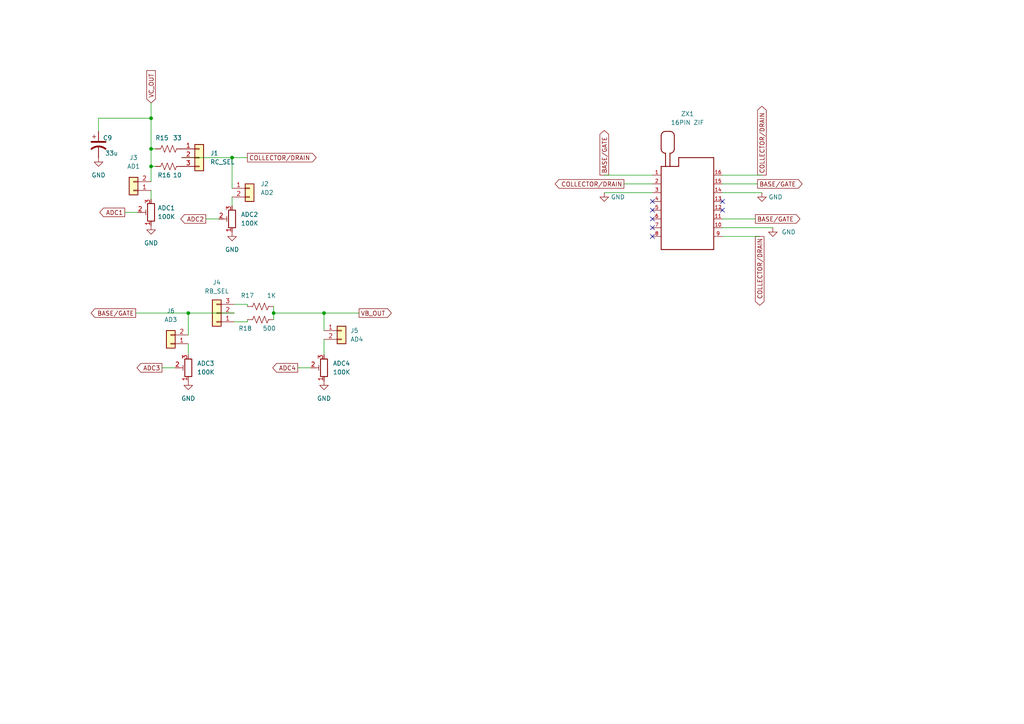
<source format=kicad_sch>
(kicad_sch (version 20211123) (generator eeschema)
  (paper "A4")
  (lib_symbols
    (symbol "Connector_Generic:Conn_01x02" (pin_names (offset 1.016) hide)
      (property "Reference" "J" (at 0 2.54 0))
      (property "Value" "Conn_01x02" (at 0 -5.08 0))
      (symbol "Conn_01x02_1_1"
        (rectangle (start -1.27 -2.413) (end 0 -2.667) (stroke (width 0.1524)))
        (rectangle (start -1.27 0.127) (end 0 -0.127) (stroke (width 0.1524)))
        (rectangle (start -1.27 1.27) (end 1.27 -3.81) (stroke (width 0.254)) (fill (type background)))
        (pin passive line (at -5.08 0 0) (length 3.81) (name "Pin_1") (number "1"))
        (pin passive line (at -5.08 -2.54 0) (length 3.81) (name "Pin_2") (number "2"))
      )
    )
    (symbol "Connector_Generic:Conn_01x03" (pin_names (offset 1.016) hide)
      (property "Reference" "J" (at 0 5.08 0))
      (property "Value" "Conn_01x03" (at 0 -5.08 0))
      (symbol "Conn_01x03_1_1"
        (rectangle (start -1.27 -2.413) (end 0 -2.667) (stroke (width 0.1524)))
        (rectangle (start -1.27 0.127) (end 0 -0.127) (stroke (width 0.1524)))
        (rectangle (start -1.27 2.667) (end 0 2.413) (stroke (width 0.1524)))
        (rectangle (start -1.27 3.81) (end 1.27 -3.81) (stroke (width 0.254)) (fill (type background)))
        (pin passive line (at -5.08 2.54 0) (length 3.81) (name "Pin_1") (number "1"))
        (pin passive line (at -5.08 0 0) (length 3.81) (name "Pin_2") (number "2"))
        (pin passive line (at -5.08 -2.54 0) (length 3.81) (name "Pin_3") (number "3"))
      )
    )
    (symbol "Custom_RF:16Pin ZIF" (pin_names (offset 1.016))
      (property "Reference" "ZX" (at 0 13.97 0))
      (property "Value" "16Pin ZIF" (at -7.62 -17.78 0))
      (symbol "16Pin ZIF_0_0"
        (arc (start -7.62 15.24) (mid -7.248 14.342) (end -6.35 13.97) (stroke (width 0.254)))
        (arc (start -6.35 20.32) (mid -7.248 19.948) (end -7.62 19.05) (stroke (width 0.254)))
        (arc (start -5.08 13.97) (mid -4.182 14.342) (end -3.81 15.24) (stroke (width 0.254)))
        (arc (start -3.81 19.05) (mid -4.182 19.948) (end -5.08 20.32) (stroke (width 0.254)))
        (polyline (pts (xy -7.62 -13.97) (xy 7.62 -13.97)) (stroke (width 0.254)))
        (polyline (pts (xy -7.62 10.16) (xy -7.62 -13.97)) (stroke (width 0.254)))
        (polyline (pts (xy -7.62 15.24) (xy -7.62 19.05)) (stroke (width 0.254)))
        (polyline (pts (xy -6.35 10.16) (xy -7.62 10.16)) (stroke (width 0.254)))
        (polyline (pts (xy -6.35 10.16) (xy -6.35 13.97)) (stroke (width 0.254)))
        (polyline (pts (xy -6.35 20.32) (xy -5.08 20.32)) (stroke (width 0.254)))
        (polyline (pts (xy -5.08 10.16) (xy -6.35 10.16)) (stroke (width 0.254)))
        (polyline (pts (xy -5.08 13.97) (xy -5.08 10.16)) (stroke (width 0.254)))
        (polyline (pts (xy -3.81 19.05) (xy -3.81 15.24)) (stroke (width 0.254)))
        (polyline (pts (xy -2.54 10.16) (xy -5.08 10.16)) (stroke (width 0.254)))
        (polyline (pts (xy -2.54 12.7) (xy -2.54 10.16)) (stroke (width 0.254)))
        (polyline (pts (xy 7.62 -13.97) (xy 7.62 12.7)) (stroke (width 0.254)))
        (polyline (pts (xy 7.62 12.7) (xy -2.54 12.7)) (stroke (width 0.254)))
        (pin passive line (at -10.16 7.62 0) (length 2.54) (name "~") (number "1"))
        (pin passive line (at 10.16 -7.62 180) (length 2.54) (name "~") (number "10"))
        (pin passive line (at 10.16 -5.08 180) (length 2.54) (name "~") (number "11"))
        (pin passive line (at 10.16 -2.54 180) (length 2.54) (name "~") (number "12"))
        (pin passive line (at 10.16 0 180) (length 2.54) (name "~") (number "13"))
        (pin passive line (at 10.16 2.54 180) (length 2.54) (name "~") (number "14"))
        (pin passive line (at 10.16 5.08 180) (length 2.54) (name "~") (number "15"))
        (pin passive line (at 10.16 7.62 180) (length 2.54) (name "~") (number "16"))
        (pin passive line (at -10.16 5.08 0) (length 2.54) (name "~") (number "2"))
        (pin passive line (at -10.16 2.54 0) (length 2.54) (name "~") (number "3"))
        (pin passive line (at -10.16 0 0) (length 2.54) (name "~") (number "4"))
        (pin passive line (at -10.16 -2.54 0) (length 2.54) (name "~") (number "5"))
        (pin passive line (at -10.16 -5.08 0) (length 2.54) (name "~") (number "6"))
        (pin passive line (at -10.16 -7.62 0) (length 2.54) (name "~") (number "7"))
        (pin passive line (at -10.16 -10.16 0) (length 2.54) (name "~") (number "8"))
        (pin passive line (at 10.16 -10.16 180) (length 2.54) (name "~") (number "9"))
      )
    )
    (symbol "Device:C_Polarized_US" (pin_numbers hide) (pin_names (offset 0.254) hide)
      (property "Reference" "C" (at 0.635 2.54 0))
      (property "Value" "C_Polarized_US" (at 0.635 -2.54 0))
      (symbol "C_Polarized_US_0_1"
        (polyline (pts (xy -2.032 0.762) (xy 2.032 0.762)) (stroke (width 0.508)))
        (polyline (pts (xy -1.778 2.286) (xy -0.762 2.286)))
        (polyline (pts (xy -1.27 1.778) (xy -1.27 2.794)))
        (arc (start 2.032 -1.27) (mid 0 -0.5572) (end -2.032 -1.27) (stroke (width 0.508)))
      )
      (symbol "C_Polarized_US_1_1"
        (pin passive line (at 0 3.81 270) (length 2.794) (name "~") (number "1"))
        (pin passive line (at 0 -3.81 90) (length 3.302) (name "~") (number "2"))
      )
    )
    (symbol "Device:R_Potentiometer_Trim" (pin_names (offset 1.016) hide)
      (property "Reference" "RV" (at -4.445 0 90))
      (property "Value" "R_Potentiometer_Trim" (at -2.54 0 90))
      (symbol "R_Potentiometer_Trim_0_1"
        (polyline (pts (xy 1.524 0.762) (xy 1.524 -0.762)))
        (polyline (pts (xy 2.54 0) (xy 1.524 0)))
        (rectangle (start 1.016 2.54) (end -1.016 -2.54) (stroke (width 0.254)))
      )
      (symbol "R_Potentiometer_Trim_1_1"
        (pin passive line (at 0 3.81 270) (length 1.27) (name "1") (number "1"))
        (pin passive line (at 3.81 0 180) (length 1.27) (name "2") (number "2"))
        (pin passive line (at 0 -3.81 90) (length 1.27) (name "3") (number "3"))
      )
    )
    (symbol "Device:R_US" (pin_numbers hide) (pin_names (offset 0))
      (property "Reference" "R" (at 2.54 0 90))
      (property "Value" "R_US" (at -2.54 0 90))
      (symbol "R_US_0_1"
        (polyline (pts (xy 0 -2.286) (xy 0 -2.54)))
        (polyline (pts (xy 0 2.286) (xy 0 2.54)))
        (polyline (pts (xy 0 -0.762) (xy 1.016 -1.143) (xy 0 -1.524) (xy -1.016 -1.905) (xy 0 -2.286)))
        (polyline (pts (xy 0 0.762) (xy 1.016 0.381) (xy 0 0) (xy -1.016 -0.381) (xy 0 -0.762)))
        (polyline (pts (xy 0 2.286) (xy 1.016 1.905) (xy 0 1.524) (xy -1.016 1.143) (xy 0 0.762)))
      )
      (symbol "R_US_1_1"
        (pin passive line (at 0 3.81 270) (length 1.27) (name "~") (number "1"))
        (pin passive line (at 0 -3.81 90) (length 1.27) (name "~") (number "2"))
      )
    )
    (symbol "power:GND" (power) (pin_names (offset 0))
      (property "Value" "GND" (at 0 -3.81 0))
      (symbol "GND_0_1"
        (polyline (pts (xy 0 0) (xy 0 -1.27) (xy 1.27 -1.27) (xy 0 -2.54) (xy -1.27 -1.27) (xy 0 -1.27)))
      )
      (symbol "GND_1_1"
        (pin power_in line (at 0 0 270) (length 0) hide (name "GND") (number "1"))
      )
    )
  )
  (junction (at 54.61 90.805))
  (junction (at 43.815 48.26))
  (junction (at 93.98 90.805))
  (junction (at 43.815 43.18))
  (junction (at 79.375 90.805))
  (junction (at 43.815 34.29))
  (junction (at 67.31 45.72))
  (no_connect (at 209.55 58.42))
  (no_connect (at 209.55 60.96))
  (no_connect (at 189.23 58.42))
  (no_connect (at 189.23 60.96))
  (no_connect (at 189.23 68.58))
  (no_connect (at 189.23 63.5))
  (no_connect (at 189.23 66.04))
  (wire (pts (xy 71.755 88.265) (xy 71.755 88.9)))
  (wire (pts (xy 224.155 66.04) (xy 209.55 66.04)))
  (wire (pts (xy 79.375 90.805) (xy 93.98 90.805)))
  (wire (pts (xy 93.98 90.805) (xy 104.14 90.805)))
  (wire (pts (xy 43.815 34.29) (xy 43.815 43.18)))
  (wire (pts (xy 43.815 43.18) (xy 45.085 43.18)))
  (wire (pts (xy 28.575 34.29) (xy 43.815 34.29)))
  (wire (pts (xy 52.705 45.72) (xy 67.31 45.72)))
  (wire (pts (xy 43.815 43.18) (xy 43.815 48.26)))
  (wire (pts (xy 39.37 90.805) (xy 54.61 90.805)))
  (wire (pts (xy 220.98 50.8) (xy 209.55 50.8)))
  (wire (pts (xy 175.26 50.8) (xy 189.23 50.8)))
  (wire (pts (xy 43.815 48.26) (xy 45.085 48.26)))
  (wire (pts (xy 67.31 45.72) (xy 71.755 45.72)))
  (wire (pts (xy 54.61 90.805) (xy 67.945 90.805)))
  (wire (pts (xy 43.815 48.26) (xy 43.815 52.705)))
  (wire (pts (xy 43.815 55.245) (xy 43.815 57.785)))
  (wire (pts (xy 175.26 55.88) (xy 189.23 55.88)))
  (wire (pts (xy 63.5 63.5) (xy 59.69 63.5)))
  (wire (pts (xy 93.98 95.885) (xy 93.98 90.805)))
  (wire (pts (xy 28.575 38.1) (xy 28.575 34.29)))
  (wire (pts (xy 50.8 106.68) (xy 46.99 106.68)))
  (wire (pts (xy 219.075 63.5) (xy 209.55 63.5)))
  (wire (pts (xy 79.375 88.9) (xy 79.375 90.805)))
  (wire (pts (xy 219.71 53.34) (xy 209.55 53.34)))
  (wire (pts (xy 54.61 90.805) (xy 54.61 97.155)))
  (wire (pts (xy 67.31 57.15) (xy 67.31 59.69)))
  (wire (pts (xy 67.31 45.72) (xy 67.31 54.61)))
  (wire (pts (xy 54.61 99.695) (xy 54.61 102.87)))
  (wire (pts (xy 180.975 53.34) (xy 189.23 53.34)))
  (wire (pts (xy 220.345 68.58) (xy 209.55 68.58)))
  (wire (pts (xy 67.945 93.345) (xy 71.755 93.345)))
  (wire (pts (xy 220.98 55.88) (xy 209.55 55.88)))
  (wire (pts (xy 79.375 90.805) (xy 79.375 92.71)))
  (wire (pts (xy 40.005 61.595) (xy 36.195 61.595)))
  (wire (pts (xy 90.17 106.68) (xy 86.36 106.68)))
  (wire (pts (xy 93.98 102.87) (xy 93.98 98.425)))
  (wire (pts (xy 71.755 93.345) (xy 71.755 92.71)))
  (wire (pts (xy 67.945 88.265) (xy 71.755 88.265)))
  (wire (pts (xy 43.815 29.845) (xy 43.815 34.29)))
  (global_label "COLLECTOR{slash}DRAIN" (shape output) (at 71.755 45.72 0) (property "Intersheet References" "${INTERSHEET_REFS}" (effects hide)))
  (global_label "ADC3" (shape output) (at 46.99 106.68 180) (property "Intersheet References" "${INTERSHEET_REFS}" (effects hide)))
  (global_label "BASE{slash}GATE" (shape output) (at 219.71 53.34 0) (property "Intersheet References" "${INTERSHEET_REFS}" (effects hide)))
  (global_label "ADC1" (shape output) (at 36.195 61.595 180) (property "Intersheet References" "${INTERSHEET_REFS}" (effects hide)))
  (global_label "BASE{slash}GATE" (shape output) (at 39.37 90.805 180) (property "Intersheet References" "${INTERSHEET_REFS}" (effects hide)))
  (global_label "BASE{slash}GATE" (shape output) (at 175.26 50.8 90) (property "Intersheet References" "${INTERSHEET_REFS}" (effects hide)))
  (global_label "VB_OUT" (shape output) (at 104.14 90.805 0) (property "Intersheet References" "${INTERSHEET_REFS}" (effects hide)))
  (global_label "ADC2" (shape output) (at 59.69 63.5 180) (property "Intersheet References" "${INTERSHEET_REFS}" (effects hide)))
  (global_label "COLLECTOR{slash}DRAIN" (shape output) (at 220.345 68.58 270) (property "Intersheet References" "${INTERSHEET_REFS}" (effects hide)))
  (global_label "ADC4" (shape output) (at 86.36 106.68 180) (property "Intersheet References" "${INTERSHEET_REFS}" (effects hide)))
  (global_label "COLLECTOR{slash}DRAIN" (shape output) (at 180.975 53.34 180) (property "Intersheet References" "${INTERSHEET_REFS}" (effects hide)))
  (global_label "COLLECTOR{slash}DRAIN" (shape output) (at 220.98 50.8 90) (property "Intersheet References" "${INTERSHEET_REFS}" (effects hide)))
  (global_label "VC_OUT" (shape input) (at 43.815 29.845 90) (property "Intersheet References" "${INTERSHEET_REFS}" (effects hide)))
  (global_label "BASE{slash}GATE" (shape output) (at 219.075 63.5 0) (property "Intersheet References" "${INTERSHEET_REFS}" (effects hide)))
  (symbol (lib_id "Connector_Generic:Conn_01x02") (at 49.53 99.695 180) (unit 1)
    (property "Reference" "J6" (at 49.53 90.17 0))
    (property "Value" "AD3" (at 49.53 92.71 0))
    (property "Footprint" "Connector_PinHeader_2.54mm:PinHeader_1x02_P2.54mm_Vertical" (effects hide))
  )
  (symbol (lib_id "power:GND") (at 93.98 110.49 0) (unit 1)
    (property "Reference" "#PWR022" (effects hide))
    (property "Value" "GND" (at 93.98 115.57 0))
  )
  (symbol (lib_id "Custom_RF:16Pin ZIF") (at 199.39 58.42 0) (unit 1)
    (property "Reference" "ZX1" (at 199.39 33.02 0))
    (property "Value" "16PIN ZIF" (at 199.39 35.56 0))
    (property "Footprint" "Custom_RF:16Pin ZIF" (effects hide))
    (property "POPULARITY" "0" (effects hide))
    (property "OC_FARNELL" "1674399" (effects hide))
    (property "MF" "3M" (effects hide))
    (property "MPN" "216-3340-00-0602J" (effects hide))
    (property "OC_NEWARK" "85K7797" (effects hide))
  )
  (symbol (lib_id "power:GND") (at 43.815 65.405 0) (unit 1)
    (property "Reference" "#PWR018" (effects hide))
    (property "Value" "GND" (at 43.815 70.485 0))
  )
  (symbol (lib_id "Device:R_US") (at 48.895 43.18 90) (unit 1)
    (property "Reference" "R15" (at 46.99 40.005 90))
    (property "Value" "33" (at 51.435 40.005 90))
    (property "Footprint" "Resistor_THT:R_Axial_DIN0411_L9.9mm_D3.6mm_P7.62mm_Vertical" (effects hide))
  )
  (symbol (lib_id "Device:R_US") (at 75.565 88.9 90) (unit 1)
    (property "Reference" "R17" (at 71.755 85.725 90))
    (property "Value" "1K" (at 78.74 85.725 90))
    (property "Footprint" "Resistor_SMD:R_1206_3216Metric" (effects hide))
  )
  (symbol (lib_id "power:GND") (at 28.575 45.72 0) (unit 1)
    (property "Reference" "#PWR015" (effects hide))
    (property "Value" "GND" (at 28.575 50.8 0))
  )
  (symbol (lib_id "power:GND") (at 175.26 55.88 0) (unit 1)
    (property "Reference" "#PWR016" (effects hide))
    (property "Value" "GND" (at 177.165 57.1499 0) (effects (justify left)))
  )
  (symbol (lib_id "power:GND") (at 220.98 55.88 0) (unit 1)
    (property "Reference" "#PWR017" (effects hide))
    (property "Value" "GND" (at 222.885 57.1499 0) (effects (justify left)))
  )
  (symbol (lib_id "Connector_Generic:Conn_01x02") (at 38.735 55.245 180) (unit 1)
    (property "Reference" "J3" (at 38.735 45.72 0))
    (property "Value" "AD1" (at 38.735 48.26 0))
    (property "Footprint" "Connector_PinHeader_2.54mm:PinHeader_1x02_P2.54mm_Vertical" (effects hide))
  )
  (symbol (lib_id "Connector_Generic:Conn_01x02") (at 72.39 54.61 0) (unit 1)
    (property "Reference" "J2" (at 75.565 53.3399 0) (effects (justify left)))
    (property "Value" "AD2" (at 75.565 55.8799 0) (effects (justify left)))
    (property "Footprint" "Connector_PinHeader_2.54mm:PinHeader_1x02_P2.54mm_Vertical" (effects hide))
  )
  (symbol (lib_id "Device:C_Polarized_US") (at 28.575 41.91 0) (unit 1)
    (property "Reference" "C9" (at 29.845 40.005 0) (effects (justify left)))
    (property "Value" "33u" (at 30.48 44.45 0) (effects (justify left)))
    (property "Footprint" "Capacitor_THT:CP_Radial_D8.0mm_P2.50mm" (effects hide))
  )
  (symbol (lib_id "Device:R_US") (at 75.565 92.71 90) (unit 1)
    (property "Reference" "R18" (at 71.12 95.25 90))
    (property "Value" "500" (at 78.105 95.25 90))
    (property "Footprint" "Resistor_SMD:R_1206_3216Metric" (effects hide))
  )
  (symbol (lib_id "Device:R_US") (at 48.895 48.26 90) (unit 1)
    (property "Reference" "R16" (at 47.625 50.8 90))
    (property "Value" "10" (at 51.435 50.8 90))
    (property "Footprint" "Resistor_THT:R_Axial_DIN0411_L9.9mm_D3.6mm_P7.62mm_Vertical" (effects hide))
  )
  (symbol (lib_id "Device:R_Potentiometer_Trim") (at 93.98 106.68 180) (unit 1)
    (property "Reference" "ADC4" (at 96.52 105.4099 0) (effects (justify right)))
    (property "Value" "100K" (at 96.52 107.9499 0) (effects (justify right)))
    (property "Footprint" "Potentiometer_THT:Potentiometer_Bourns_3296W_Vertical" (effects hide))
  )
  (symbol (lib_id "power:GND") (at 67.31 67.31 0) (unit 1)
    (property "Reference" "#PWR020" (effects hide))
    (property "Value" "GND" (at 67.31 72.39 0))
  )
  (symbol (lib_id "power:GND") (at 54.61 110.49 0) (unit 1)
    (property "Reference" "#PWR021" (effects hide))
    (property "Value" "GND" (at 54.61 115.57 0))
  )
  (symbol (lib_id "Device:R_Potentiometer_Trim") (at 43.815 61.595 180) (unit 1)
    (property "Reference" "ADC1" (at 45.72 60.3249 0) (effects (justify right)))
    (property "Value" "100K" (at 45.72 62.8649 0) (effects (justify right)))
    (property "Footprint" "Potentiometer_THT:Potentiometer_Bourns_3296W_Vertical" (effects hide))
  )
  (symbol (lib_id "Connector_Generic:Conn_01x02") (at 99.06 95.885 0) (unit 1)
    (property "Reference" "J5" (at 101.6 95.8849 0) (effects (justify left)))
    (property "Value" "AD4" (at 101.6 98.4249 0) (effects (justify left)))
    (property "Footprint" "Connector_PinHeader_2.54mm:PinHeader_1x02_P2.54mm_Vertical" (effects hide))
  )
  (symbol (lib_id "Connector_Generic:Conn_01x03") (at 57.785 45.72 0) (unit 1)
    (property "Reference" "J1" (at 60.96 44.4499 0) (effects (justify left)))
    (property "Value" "RC_SEL" (at 60.96 46.9899 0) (effects (justify left)))
    (property "Footprint" "Connector_PinHeader_2.54mm:PinHeader_1x03_P2.54mm_Vertical" (effects hide))
  )
  (symbol (lib_id "Connector_Generic:Conn_01x03") (at 62.865 90.805 180) (unit 1)
    (property "Reference" "J4" (at 62.865 81.915 0))
    (property "Value" "RB_SEL" (at 62.865 84.455 0))
    (property "Footprint" "Connector_PinHeader_2.54mm:PinHeader_1x03_P2.54mm_Vertical" (effects hide))
  )
  (symbol (lib_id "Device:R_Potentiometer_Trim") (at 54.61 106.68 180) (unit 1)
    (property "Reference" "ADC3" (at 57.15 105.4099 0) (effects (justify right)))
    (property "Value" "100K" (at 57.15 107.9499 0) (effects (justify right)))
    (property "Footprint" "Potentiometer_THT:Potentiometer_Bourns_3296W_Vertical" (effects hide))
  )
  (symbol (lib_id "power:GND") (at 224.155 66.04 0) (unit 1)
    (property "Reference" "#PWR019" (effects hide))
    (property "Value" "GND" (at 226.695 67.3099 0) (effects (justify left)))
  )
  (symbol (lib_id "Device:R_Potentiometer_Trim") (at 67.31 63.5 180) (unit 1)
    (property "Reference" "ADC2" (at 69.85 62.2299 0) (effects (justify right)))
    (property "Value" "100K" (at 69.85 64.7699 0) (effects (justify right)))
    (property "Footprint" "Potentiometer_THT:Potentiometer_Bourns_3296W_Vertical" (effects hide))
  )
)
</source>
